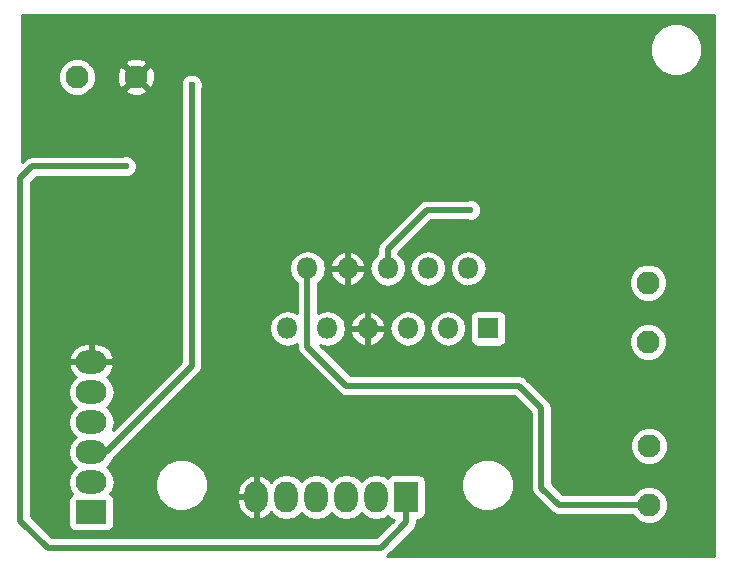
<source format=gbr>
G04 #@! TF.FileFunction,Copper,L2,Bot,Signal*
%FSLAX46Y46*%
G04 Gerber Fmt 4.6, Leading zero omitted, Abs format (unit mm)*
G04 Created by KiCad (PCBNEW 4.0.1-stable) date 23/05/2018 12:47:38*
%MOMM*%
G01*
G04 APERTURE LIST*
%ADD10C,0.100000*%
%ADD11R,1.800000X1.800000*%
%ADD12O,1.800000X1.800000*%
%ADD13C,1.950000*%
%ADD14R,2.600000X2.000000*%
%ADD15O,2.600000X2.000000*%
%ADD16R,2.000000X2.600000*%
%ADD17O,2.000000X2.600000*%
%ADD18C,0.600000*%
%ADD19C,0.500000*%
%ADD20C,0.254000*%
G04 APERTURE END LIST*
D10*
D11*
X109800000Y-49230000D03*
D12*
X108100000Y-44150000D03*
X106400000Y-49230000D03*
X104700000Y-44150000D03*
X103000000Y-49230000D03*
X101300000Y-44150000D03*
X99600000Y-49230000D03*
X97900000Y-44150000D03*
X96200000Y-49230000D03*
X94500000Y-44150000D03*
X92800000Y-49230000D03*
D13*
X79970000Y-27940000D03*
X74970000Y-27940000D03*
D14*
X76200000Y-64770000D03*
D15*
X76200000Y-62230000D03*
X76200000Y-59690000D03*
X76200000Y-57150000D03*
X76200000Y-54610000D03*
X76200000Y-52070000D03*
D16*
X102870000Y-63500000D03*
D17*
X100330000Y-63500000D03*
X97790000Y-63500000D03*
X95250000Y-63500000D03*
X92710000Y-63500000D03*
X90170000Y-63500000D03*
D13*
X123320000Y-50350000D03*
X123320000Y-45350000D03*
X123420000Y-59160000D03*
X123420000Y-64160000D03*
D18*
X115824000Y-24892000D03*
X86106000Y-25654000D03*
X87884000Y-53594000D03*
X114046000Y-37846000D03*
X114808000Y-51054000D03*
X105156000Y-57404000D03*
X108300000Y-39200000D03*
X122428000Y-39370000D03*
X117856000Y-38608000D03*
X102108000Y-25908000D03*
X94996000Y-25908000D03*
X89408000Y-27432000D03*
X89408000Y-34036000D03*
X79100000Y-35500000D03*
X84700000Y-28600000D03*
D19*
X94500000Y-44150000D02*
X94500000Y-50800000D01*
X115760000Y-64160000D02*
X123420000Y-64160000D01*
X114300000Y-62700000D02*
X115760000Y-64160000D01*
X114300000Y-56000000D02*
X114300000Y-62700000D01*
X112400000Y-54100000D02*
X114300000Y-56000000D01*
X97800000Y-54100000D02*
X112400000Y-54100000D01*
X94500000Y-50800000D02*
X97800000Y-54100000D01*
X101300000Y-44150000D02*
X101300000Y-42500000D01*
X104600000Y-39200000D02*
X108300000Y-39200000D01*
X101300000Y-42500000D02*
X104600000Y-39200000D01*
X118618000Y-39370000D02*
X122428000Y-39370000D01*
X117856000Y-38608000D02*
X118618000Y-39370000D01*
X94996000Y-25908000D02*
X102108000Y-25908000D01*
X89408000Y-34036000D02*
X89408000Y-27432000D01*
X102870000Y-63500000D02*
X102870000Y-65630000D01*
X71200000Y-35500000D02*
X79100000Y-35500000D01*
X70200000Y-36500000D02*
X71200000Y-35500000D01*
X70200000Y-65500000D02*
X70200000Y-36500000D01*
X72500000Y-67800000D02*
X70200000Y-65500000D01*
X100700000Y-67800000D02*
X72500000Y-67800000D01*
X102870000Y-65630000D02*
X100700000Y-67800000D01*
X76200000Y-59690000D02*
X77410000Y-59690000D01*
X77410000Y-59690000D02*
X84700000Y-52400000D01*
X84700000Y-52400000D02*
X84700000Y-28600000D01*
D20*
G36*
X128890000Y-68490000D02*
X101229692Y-68490000D01*
X101325790Y-68425790D01*
X101325791Y-68425789D01*
X103495787Y-66255792D01*
X103495790Y-66255790D01*
X103687633Y-65968675D01*
X103755000Y-65630000D01*
X103755000Y-65447440D01*
X103870000Y-65447440D01*
X104105317Y-65403162D01*
X104321441Y-65264090D01*
X104466431Y-65051890D01*
X104517440Y-64800000D01*
X104517440Y-62926619D01*
X107492613Y-62926619D01*
X107832155Y-63748372D01*
X108460321Y-64377636D01*
X109281481Y-64718611D01*
X110170619Y-64719387D01*
X110992372Y-64379845D01*
X111621636Y-63751679D01*
X111962611Y-62930519D01*
X111963387Y-62041381D01*
X111623845Y-61219628D01*
X110995679Y-60590364D01*
X110174519Y-60249389D01*
X109285381Y-60248613D01*
X108463628Y-60588155D01*
X107834364Y-61216321D01*
X107493389Y-62037481D01*
X107492613Y-62926619D01*
X104517440Y-62926619D01*
X104517440Y-62200000D01*
X104473162Y-61964683D01*
X104334090Y-61748559D01*
X104121890Y-61603569D01*
X103870000Y-61552560D01*
X101870000Y-61552560D01*
X101634683Y-61596838D01*
X101418559Y-61735910D01*
X101313049Y-61890329D01*
X100955687Y-61651548D01*
X100330000Y-61527091D01*
X99704313Y-61651548D01*
X99173880Y-62005971D01*
X99060000Y-62176405D01*
X98946120Y-62005971D01*
X98415687Y-61651548D01*
X97790000Y-61527091D01*
X97164313Y-61651548D01*
X96633880Y-62005971D01*
X96520000Y-62176405D01*
X96406120Y-62005971D01*
X95875687Y-61651548D01*
X95250000Y-61527091D01*
X94624313Y-61651548D01*
X94093880Y-62005971D01*
X93980000Y-62176405D01*
X93866120Y-62005971D01*
X93335687Y-61651548D01*
X92710000Y-61527091D01*
X92084313Y-61651548D01*
X91553880Y-62005971D01*
X91426781Y-62196188D01*
X91236317Y-61954078D01*
X90678355Y-61640856D01*
X90550434Y-61609876D01*
X90297000Y-61729223D01*
X90297000Y-63373000D01*
X90317000Y-63373000D01*
X90317000Y-63627000D01*
X90297000Y-63627000D01*
X90297000Y-65270777D01*
X90550434Y-65390124D01*
X90678355Y-65359144D01*
X91236317Y-65045922D01*
X91426781Y-64803812D01*
X91553880Y-64994029D01*
X92084313Y-65348452D01*
X92710000Y-65472909D01*
X93335687Y-65348452D01*
X93866120Y-64994029D01*
X93980000Y-64823595D01*
X94093880Y-64994029D01*
X94624313Y-65348452D01*
X95250000Y-65472909D01*
X95875687Y-65348452D01*
X96406120Y-64994029D01*
X96520000Y-64823595D01*
X96633880Y-64994029D01*
X97164313Y-65348452D01*
X97790000Y-65472909D01*
X98415687Y-65348452D01*
X98946120Y-64994029D01*
X99060000Y-64823595D01*
X99173880Y-64994029D01*
X99704313Y-65348452D01*
X100330000Y-65472909D01*
X100955687Y-65348452D01*
X101314192Y-65108907D01*
X101405910Y-65251441D01*
X101618110Y-65396431D01*
X101812604Y-65435817D01*
X100333420Y-66915000D01*
X72866579Y-66915000D01*
X71085000Y-65133420D01*
X71085000Y-54610000D01*
X74227091Y-54610000D01*
X74351548Y-55235687D01*
X74705971Y-55766120D01*
X74876405Y-55880000D01*
X74705971Y-55993880D01*
X74351548Y-56524313D01*
X74227091Y-57150000D01*
X74351548Y-57775687D01*
X74705971Y-58306120D01*
X74876405Y-58420000D01*
X74705971Y-58533880D01*
X74351548Y-59064313D01*
X74227091Y-59690000D01*
X74351548Y-60315687D01*
X74705971Y-60846120D01*
X74876405Y-60960000D01*
X74705971Y-61073880D01*
X74351548Y-61604313D01*
X74227091Y-62230000D01*
X74351548Y-62855687D01*
X74591093Y-63214192D01*
X74448559Y-63305910D01*
X74303569Y-63518110D01*
X74252560Y-63770000D01*
X74252560Y-65770000D01*
X74296838Y-66005317D01*
X74435910Y-66221441D01*
X74648110Y-66366431D01*
X74900000Y-66417440D01*
X77500000Y-66417440D01*
X77735317Y-66373162D01*
X77951441Y-66234090D01*
X78096431Y-66021890D01*
X78147440Y-65770000D01*
X78147440Y-63770000D01*
X78103162Y-63534683D01*
X77964090Y-63318559D01*
X77809671Y-63213049D01*
X78001056Y-62926619D01*
X81584613Y-62926619D01*
X81924155Y-63748372D01*
X82552321Y-64377636D01*
X83373481Y-64718611D01*
X84262619Y-64719387D01*
X85084372Y-64379845D01*
X85713636Y-63751679D01*
X85765407Y-63627000D01*
X88535000Y-63627000D01*
X88535000Y-63927000D01*
X88708058Y-64543020D01*
X89103683Y-65045922D01*
X89661645Y-65359144D01*
X89789566Y-65390124D01*
X90043000Y-65270777D01*
X90043000Y-63627000D01*
X88535000Y-63627000D01*
X85765407Y-63627000D01*
X85995447Y-63073000D01*
X88535000Y-63073000D01*
X88535000Y-63373000D01*
X90043000Y-63373000D01*
X90043000Y-61729223D01*
X89789566Y-61609876D01*
X89661645Y-61640856D01*
X89103683Y-61954078D01*
X88708058Y-62456980D01*
X88535000Y-63073000D01*
X85995447Y-63073000D01*
X86054611Y-62930519D01*
X86055387Y-62041381D01*
X85715845Y-61219628D01*
X85087679Y-60590364D01*
X84266519Y-60249389D01*
X83377381Y-60248613D01*
X82555628Y-60588155D01*
X81926364Y-61216321D01*
X81585389Y-62037481D01*
X81584613Y-62926619D01*
X78001056Y-62926619D01*
X78048452Y-62855687D01*
X78172909Y-62230000D01*
X78048452Y-61604313D01*
X77694029Y-61073880D01*
X77523595Y-60960000D01*
X77694029Y-60846120D01*
X78048452Y-60315687D01*
X78051570Y-60300010D01*
X85325787Y-53025792D01*
X85325790Y-53025790D01*
X85517633Y-52738675D01*
X85549523Y-52578355D01*
X85585001Y-52400000D01*
X85585000Y-52399995D01*
X85585000Y-49230000D01*
X91234928Y-49230000D01*
X91351773Y-49817419D01*
X91684519Y-50315409D01*
X92182509Y-50648155D01*
X92769928Y-50765000D01*
X92830072Y-50765000D01*
X93417491Y-50648155D01*
X93615000Y-50516184D01*
X93615000Y-50799995D01*
X93614999Y-50800000D01*
X93655515Y-51003683D01*
X93682367Y-51138675D01*
X93763968Y-51260800D01*
X93874210Y-51425790D01*
X97174208Y-54725787D01*
X97174210Y-54725790D01*
X97461325Y-54917633D01*
X97517516Y-54928810D01*
X97800000Y-54985001D01*
X97800005Y-54985000D01*
X112033420Y-54985000D01*
X113415000Y-56366579D01*
X113415000Y-62699995D01*
X113414999Y-62700000D01*
X113460853Y-62930519D01*
X113482367Y-63038675D01*
X113660927Y-63305910D01*
X113674210Y-63325790D01*
X115134208Y-64785787D01*
X115134210Y-64785790D01*
X115421325Y-64977633D01*
X115477516Y-64988810D01*
X115760000Y-65045001D01*
X115760005Y-65045000D01*
X122043652Y-65045000D01*
X122054312Y-65070800D01*
X122506817Y-65524096D01*
X123098346Y-65769720D01*
X123738844Y-65770279D01*
X124330800Y-65525688D01*
X124784096Y-65073183D01*
X125029720Y-64481654D01*
X125030279Y-63841156D01*
X124785688Y-63249200D01*
X124333183Y-62795904D01*
X123741654Y-62550280D01*
X123101156Y-62549721D01*
X122509200Y-62794312D01*
X122055904Y-63246817D01*
X122044201Y-63275000D01*
X116126579Y-63275000D01*
X115185000Y-62333420D01*
X115185000Y-59478844D01*
X121809721Y-59478844D01*
X122054312Y-60070800D01*
X122506817Y-60524096D01*
X123098346Y-60769720D01*
X123738844Y-60770279D01*
X124330800Y-60525688D01*
X124784096Y-60073183D01*
X125029720Y-59481654D01*
X125030279Y-58841156D01*
X124785688Y-58249200D01*
X124333183Y-57795904D01*
X123741654Y-57550280D01*
X123101156Y-57549721D01*
X122509200Y-57794312D01*
X122055904Y-58246817D01*
X121810280Y-58838346D01*
X121809721Y-59478844D01*
X115185000Y-59478844D01*
X115185000Y-56000005D01*
X115185001Y-56000000D01*
X115117633Y-55661326D01*
X115117633Y-55661325D01*
X114925790Y-55374210D01*
X114925787Y-55374208D01*
X113025790Y-53474210D01*
X112995364Y-53453880D01*
X112738675Y-53282367D01*
X112682484Y-53271190D01*
X112400000Y-53214999D01*
X112399995Y-53215000D01*
X98166579Y-53215000D01*
X95604012Y-50652432D01*
X96169928Y-50765000D01*
X96230072Y-50765000D01*
X96817491Y-50648155D01*
X97315481Y-50315409D01*
X97648227Y-49817419D01*
X97692520Y-49594740D01*
X98108964Y-49594740D01*
X98287760Y-50026417D01*
X98692424Y-50467966D01*
X99235258Y-50721046D01*
X99473000Y-50600997D01*
X99473000Y-49357000D01*
X99727000Y-49357000D01*
X99727000Y-50600997D01*
X99964742Y-50721046D01*
X100507576Y-50467966D01*
X100912240Y-50026417D01*
X101091036Y-49594740D01*
X100970378Y-49357000D01*
X99727000Y-49357000D01*
X99473000Y-49357000D01*
X98229622Y-49357000D01*
X98108964Y-49594740D01*
X97692520Y-49594740D01*
X97765072Y-49230000D01*
X101434928Y-49230000D01*
X101551773Y-49817419D01*
X101884519Y-50315409D01*
X102382509Y-50648155D01*
X102969928Y-50765000D01*
X103030072Y-50765000D01*
X103617491Y-50648155D01*
X104115481Y-50315409D01*
X104448227Y-49817419D01*
X104565072Y-49230000D01*
X104834928Y-49230000D01*
X104951773Y-49817419D01*
X105284519Y-50315409D01*
X105782509Y-50648155D01*
X106369928Y-50765000D01*
X106430072Y-50765000D01*
X107017491Y-50648155D01*
X107515481Y-50315409D01*
X107848227Y-49817419D01*
X107965072Y-49230000D01*
X107848227Y-48642581D01*
X107639368Y-48330000D01*
X108252560Y-48330000D01*
X108252560Y-50130000D01*
X108296838Y-50365317D01*
X108435910Y-50581441D01*
X108648110Y-50726431D01*
X108900000Y-50777440D01*
X110700000Y-50777440D01*
X110935317Y-50733162D01*
X111035269Y-50668844D01*
X121709721Y-50668844D01*
X121954312Y-51260800D01*
X122406817Y-51714096D01*
X122998346Y-51959720D01*
X123638844Y-51960279D01*
X124230800Y-51715688D01*
X124684096Y-51263183D01*
X124929720Y-50671654D01*
X124930279Y-50031156D01*
X124685688Y-49439200D01*
X124233183Y-48985904D01*
X123641654Y-48740280D01*
X123001156Y-48739721D01*
X122409200Y-48984312D01*
X121955904Y-49436817D01*
X121710280Y-50028346D01*
X121709721Y-50668844D01*
X111035269Y-50668844D01*
X111151441Y-50594090D01*
X111296431Y-50381890D01*
X111347440Y-50130000D01*
X111347440Y-48330000D01*
X111303162Y-48094683D01*
X111164090Y-47878559D01*
X110951890Y-47733569D01*
X110700000Y-47682560D01*
X108900000Y-47682560D01*
X108664683Y-47726838D01*
X108448559Y-47865910D01*
X108303569Y-48078110D01*
X108252560Y-48330000D01*
X107639368Y-48330000D01*
X107515481Y-48144591D01*
X107017491Y-47811845D01*
X106430072Y-47695000D01*
X106369928Y-47695000D01*
X105782509Y-47811845D01*
X105284519Y-48144591D01*
X104951773Y-48642581D01*
X104834928Y-49230000D01*
X104565072Y-49230000D01*
X104448227Y-48642581D01*
X104115481Y-48144591D01*
X103617491Y-47811845D01*
X103030072Y-47695000D01*
X102969928Y-47695000D01*
X102382509Y-47811845D01*
X101884519Y-48144591D01*
X101551773Y-48642581D01*
X101434928Y-49230000D01*
X97765072Y-49230000D01*
X97692521Y-48865260D01*
X98108964Y-48865260D01*
X98229622Y-49103000D01*
X99473000Y-49103000D01*
X99473000Y-47859003D01*
X99727000Y-47859003D01*
X99727000Y-49103000D01*
X100970378Y-49103000D01*
X101091036Y-48865260D01*
X100912240Y-48433583D01*
X100507576Y-47992034D01*
X99964742Y-47738954D01*
X99727000Y-47859003D01*
X99473000Y-47859003D01*
X99235258Y-47738954D01*
X98692424Y-47992034D01*
X98287760Y-48433583D01*
X98108964Y-48865260D01*
X97692521Y-48865260D01*
X97648227Y-48642581D01*
X97315481Y-48144591D01*
X96817491Y-47811845D01*
X96230072Y-47695000D01*
X96169928Y-47695000D01*
X95582509Y-47811845D01*
X95385000Y-47943816D01*
X95385000Y-45389411D01*
X95615481Y-45235409D01*
X95948227Y-44737419D01*
X95992520Y-44514740D01*
X96408964Y-44514740D01*
X96587760Y-44946417D01*
X96992424Y-45387966D01*
X97535258Y-45641046D01*
X97773000Y-45520997D01*
X97773000Y-44277000D01*
X98027000Y-44277000D01*
X98027000Y-45520997D01*
X98264742Y-45641046D01*
X98807576Y-45387966D01*
X99212240Y-44946417D01*
X99391036Y-44514740D01*
X99270378Y-44277000D01*
X98027000Y-44277000D01*
X97773000Y-44277000D01*
X96529622Y-44277000D01*
X96408964Y-44514740D01*
X95992520Y-44514740D01*
X96065072Y-44150000D01*
X99734928Y-44150000D01*
X99851773Y-44737419D01*
X100184519Y-45235409D01*
X100682509Y-45568155D01*
X101269928Y-45685000D01*
X101330072Y-45685000D01*
X101917491Y-45568155D01*
X102415481Y-45235409D01*
X102748227Y-44737419D01*
X102865072Y-44150000D01*
X103134928Y-44150000D01*
X103251773Y-44737419D01*
X103584519Y-45235409D01*
X104082509Y-45568155D01*
X104669928Y-45685000D01*
X104730072Y-45685000D01*
X105317491Y-45568155D01*
X105815481Y-45235409D01*
X106148227Y-44737419D01*
X106265072Y-44150000D01*
X106534928Y-44150000D01*
X106651773Y-44737419D01*
X106984519Y-45235409D01*
X107482509Y-45568155D01*
X108069928Y-45685000D01*
X108130072Y-45685000D01*
X108211293Y-45668844D01*
X121709721Y-45668844D01*
X121954312Y-46260800D01*
X122406817Y-46714096D01*
X122998346Y-46959720D01*
X123638844Y-46960279D01*
X124230800Y-46715688D01*
X124684096Y-46263183D01*
X124929720Y-45671654D01*
X124930279Y-45031156D01*
X124685688Y-44439200D01*
X124233183Y-43985904D01*
X123641654Y-43740280D01*
X123001156Y-43739721D01*
X122409200Y-43984312D01*
X121955904Y-44436817D01*
X121710280Y-45028346D01*
X121709721Y-45668844D01*
X108211293Y-45668844D01*
X108717491Y-45568155D01*
X109215481Y-45235409D01*
X109548227Y-44737419D01*
X109665072Y-44150000D01*
X109548227Y-43562581D01*
X109215481Y-43064591D01*
X108717491Y-42731845D01*
X108130072Y-42615000D01*
X108069928Y-42615000D01*
X107482509Y-42731845D01*
X106984519Y-43064591D01*
X106651773Y-43562581D01*
X106534928Y-44150000D01*
X106265072Y-44150000D01*
X106148227Y-43562581D01*
X105815481Y-43064591D01*
X105317491Y-42731845D01*
X104730072Y-42615000D01*
X104669928Y-42615000D01*
X104082509Y-42731845D01*
X103584519Y-43064591D01*
X103251773Y-43562581D01*
X103134928Y-44150000D01*
X102865072Y-44150000D01*
X102748227Y-43562581D01*
X102415481Y-43064591D01*
X102185000Y-42910589D01*
X102185000Y-42866580D01*
X104966579Y-40085000D01*
X107993178Y-40085000D01*
X108113201Y-40134838D01*
X108485167Y-40135162D01*
X108828943Y-39993117D01*
X109092192Y-39730327D01*
X109234838Y-39386799D01*
X109235162Y-39014833D01*
X109093117Y-38671057D01*
X108830327Y-38407808D01*
X108486799Y-38265162D01*
X108114833Y-38264838D01*
X107993431Y-38315000D01*
X104600005Y-38315000D01*
X104600000Y-38314999D01*
X104317516Y-38371190D01*
X104261325Y-38382367D01*
X103974210Y-38574210D01*
X103974208Y-38574213D01*
X100674210Y-41874210D01*
X100482367Y-42161325D01*
X100482367Y-42161326D01*
X100414999Y-42500000D01*
X100415000Y-42500005D01*
X100415000Y-42910589D01*
X100184519Y-43064591D01*
X99851773Y-43562581D01*
X99734928Y-44150000D01*
X96065072Y-44150000D01*
X95992521Y-43785260D01*
X96408964Y-43785260D01*
X96529622Y-44023000D01*
X97773000Y-44023000D01*
X97773000Y-42779003D01*
X98027000Y-42779003D01*
X98027000Y-44023000D01*
X99270378Y-44023000D01*
X99391036Y-43785260D01*
X99212240Y-43353583D01*
X98807576Y-42912034D01*
X98264742Y-42658954D01*
X98027000Y-42779003D01*
X97773000Y-42779003D01*
X97535258Y-42658954D01*
X96992424Y-42912034D01*
X96587760Y-43353583D01*
X96408964Y-43785260D01*
X95992521Y-43785260D01*
X95948227Y-43562581D01*
X95615481Y-43064591D01*
X95117491Y-42731845D01*
X94530072Y-42615000D01*
X94469928Y-42615000D01*
X93882509Y-42731845D01*
X93384519Y-43064591D01*
X93051773Y-43562581D01*
X92934928Y-44150000D01*
X93051773Y-44737419D01*
X93384519Y-45235409D01*
X93615000Y-45389411D01*
X93615000Y-47943816D01*
X93417491Y-47811845D01*
X92830072Y-47695000D01*
X92769928Y-47695000D01*
X92182509Y-47811845D01*
X91684519Y-48144591D01*
X91351773Y-48642581D01*
X91234928Y-49230000D01*
X85585000Y-49230000D01*
X85585000Y-28906822D01*
X85634838Y-28786799D01*
X85635162Y-28414833D01*
X85493117Y-28071057D01*
X85230327Y-27807808D01*
X84886799Y-27665162D01*
X84514833Y-27664838D01*
X84171057Y-27806883D01*
X83907808Y-28069673D01*
X83765162Y-28413201D01*
X83764838Y-28785167D01*
X83815000Y-28906569D01*
X83815000Y-52033421D01*
X77999558Y-57848862D01*
X78048452Y-57775687D01*
X78172909Y-57150000D01*
X78048452Y-56524313D01*
X77694029Y-55993880D01*
X77523595Y-55880000D01*
X77694029Y-55766120D01*
X78048452Y-55235687D01*
X78172909Y-54610000D01*
X78048452Y-53984313D01*
X77694029Y-53453880D01*
X77503812Y-53326781D01*
X77745922Y-53136317D01*
X78059144Y-52578355D01*
X78090124Y-52450434D01*
X77970777Y-52197000D01*
X76327000Y-52197000D01*
X76327000Y-52217000D01*
X76073000Y-52217000D01*
X76073000Y-52197000D01*
X74429223Y-52197000D01*
X74309876Y-52450434D01*
X74340856Y-52578355D01*
X74654078Y-53136317D01*
X74896188Y-53326781D01*
X74705971Y-53453880D01*
X74351548Y-53984313D01*
X74227091Y-54610000D01*
X71085000Y-54610000D01*
X71085000Y-51689566D01*
X74309876Y-51689566D01*
X74429223Y-51943000D01*
X76073000Y-51943000D01*
X76073000Y-50435000D01*
X76327000Y-50435000D01*
X76327000Y-51943000D01*
X77970777Y-51943000D01*
X78090124Y-51689566D01*
X78059144Y-51561645D01*
X77745922Y-51003683D01*
X77243020Y-50608058D01*
X76627000Y-50435000D01*
X76327000Y-50435000D01*
X76073000Y-50435000D01*
X75773000Y-50435000D01*
X75156980Y-50608058D01*
X74654078Y-51003683D01*
X74340856Y-51561645D01*
X74309876Y-51689566D01*
X71085000Y-51689566D01*
X71085000Y-36866580D01*
X71566579Y-36385000D01*
X78793178Y-36385000D01*
X78913201Y-36434838D01*
X79285167Y-36435162D01*
X79628943Y-36293117D01*
X79892192Y-36030327D01*
X80034838Y-35686799D01*
X80035162Y-35314833D01*
X79893117Y-34971057D01*
X79630327Y-34707808D01*
X79286799Y-34565162D01*
X78914833Y-34564838D01*
X78793431Y-34615000D01*
X71200005Y-34615000D01*
X71200000Y-34614999D01*
X70861326Y-34682366D01*
X70766054Y-34746025D01*
X70574210Y-34874210D01*
X70574208Y-34874213D01*
X70310000Y-35138421D01*
X70310000Y-28258844D01*
X73359721Y-28258844D01*
X73604312Y-28850800D01*
X74056817Y-29304096D01*
X74648346Y-29549720D01*
X75288844Y-29550279D01*
X75880800Y-29305688D01*
X76112450Y-29074442D01*
X79015163Y-29074442D01*
X79110763Y-29338704D01*
X79711429Y-29561049D01*
X80351461Y-29536605D01*
X80829237Y-29338704D01*
X80924837Y-29074442D01*
X79970000Y-28119605D01*
X79015163Y-29074442D01*
X76112450Y-29074442D01*
X76334096Y-28853183D01*
X76579720Y-28261654D01*
X76580226Y-27681429D01*
X78348951Y-27681429D01*
X78373395Y-28321461D01*
X78571296Y-28799237D01*
X78835558Y-28894837D01*
X79790395Y-27940000D01*
X80149605Y-27940000D01*
X81104442Y-28894837D01*
X81368704Y-28799237D01*
X81591049Y-28198571D01*
X81566605Y-27558539D01*
X81368704Y-27080763D01*
X81104442Y-26985163D01*
X80149605Y-27940000D01*
X79790395Y-27940000D01*
X78835558Y-26985163D01*
X78571296Y-27080763D01*
X78348951Y-27681429D01*
X76580226Y-27681429D01*
X76580279Y-27621156D01*
X76335688Y-27029200D01*
X76112437Y-26805558D01*
X79015163Y-26805558D01*
X79970000Y-27760395D01*
X80924837Y-26805558D01*
X80829237Y-26541296D01*
X80228571Y-26318951D01*
X79588539Y-26343395D01*
X79110763Y-26541296D01*
X79015163Y-26805558D01*
X76112437Y-26805558D01*
X75883183Y-26575904D01*
X75291654Y-26330280D01*
X74651156Y-26329721D01*
X74059200Y-26574312D01*
X73605904Y-27026817D01*
X73360280Y-27618346D01*
X73359721Y-28258844D01*
X70310000Y-28258844D01*
X70310000Y-26042619D01*
X123464613Y-26042619D01*
X123804155Y-26864372D01*
X124432321Y-27493636D01*
X125253481Y-27834611D01*
X126142619Y-27835387D01*
X126964372Y-27495845D01*
X127593636Y-26867679D01*
X127934611Y-26046519D01*
X127935387Y-25157381D01*
X127595845Y-24335628D01*
X126967679Y-23706364D01*
X126146519Y-23365389D01*
X125257381Y-23364613D01*
X124435628Y-23704155D01*
X123806364Y-24332321D01*
X123465389Y-25153481D01*
X123464613Y-26042619D01*
X70310000Y-26042619D01*
X70310000Y-22710000D01*
X128890000Y-22710000D01*
X128890000Y-68490000D01*
X128890000Y-68490000D01*
G37*
X128890000Y-68490000D02*
X101229692Y-68490000D01*
X101325790Y-68425790D01*
X101325791Y-68425789D01*
X103495787Y-66255792D01*
X103495790Y-66255790D01*
X103687633Y-65968675D01*
X103755000Y-65630000D01*
X103755000Y-65447440D01*
X103870000Y-65447440D01*
X104105317Y-65403162D01*
X104321441Y-65264090D01*
X104466431Y-65051890D01*
X104517440Y-64800000D01*
X104517440Y-62926619D01*
X107492613Y-62926619D01*
X107832155Y-63748372D01*
X108460321Y-64377636D01*
X109281481Y-64718611D01*
X110170619Y-64719387D01*
X110992372Y-64379845D01*
X111621636Y-63751679D01*
X111962611Y-62930519D01*
X111963387Y-62041381D01*
X111623845Y-61219628D01*
X110995679Y-60590364D01*
X110174519Y-60249389D01*
X109285381Y-60248613D01*
X108463628Y-60588155D01*
X107834364Y-61216321D01*
X107493389Y-62037481D01*
X107492613Y-62926619D01*
X104517440Y-62926619D01*
X104517440Y-62200000D01*
X104473162Y-61964683D01*
X104334090Y-61748559D01*
X104121890Y-61603569D01*
X103870000Y-61552560D01*
X101870000Y-61552560D01*
X101634683Y-61596838D01*
X101418559Y-61735910D01*
X101313049Y-61890329D01*
X100955687Y-61651548D01*
X100330000Y-61527091D01*
X99704313Y-61651548D01*
X99173880Y-62005971D01*
X99060000Y-62176405D01*
X98946120Y-62005971D01*
X98415687Y-61651548D01*
X97790000Y-61527091D01*
X97164313Y-61651548D01*
X96633880Y-62005971D01*
X96520000Y-62176405D01*
X96406120Y-62005971D01*
X95875687Y-61651548D01*
X95250000Y-61527091D01*
X94624313Y-61651548D01*
X94093880Y-62005971D01*
X93980000Y-62176405D01*
X93866120Y-62005971D01*
X93335687Y-61651548D01*
X92710000Y-61527091D01*
X92084313Y-61651548D01*
X91553880Y-62005971D01*
X91426781Y-62196188D01*
X91236317Y-61954078D01*
X90678355Y-61640856D01*
X90550434Y-61609876D01*
X90297000Y-61729223D01*
X90297000Y-63373000D01*
X90317000Y-63373000D01*
X90317000Y-63627000D01*
X90297000Y-63627000D01*
X90297000Y-65270777D01*
X90550434Y-65390124D01*
X90678355Y-65359144D01*
X91236317Y-65045922D01*
X91426781Y-64803812D01*
X91553880Y-64994029D01*
X92084313Y-65348452D01*
X92710000Y-65472909D01*
X93335687Y-65348452D01*
X93866120Y-64994029D01*
X93980000Y-64823595D01*
X94093880Y-64994029D01*
X94624313Y-65348452D01*
X95250000Y-65472909D01*
X95875687Y-65348452D01*
X96406120Y-64994029D01*
X96520000Y-64823595D01*
X96633880Y-64994029D01*
X97164313Y-65348452D01*
X97790000Y-65472909D01*
X98415687Y-65348452D01*
X98946120Y-64994029D01*
X99060000Y-64823595D01*
X99173880Y-64994029D01*
X99704313Y-65348452D01*
X100330000Y-65472909D01*
X100955687Y-65348452D01*
X101314192Y-65108907D01*
X101405910Y-65251441D01*
X101618110Y-65396431D01*
X101812604Y-65435817D01*
X100333420Y-66915000D01*
X72866579Y-66915000D01*
X71085000Y-65133420D01*
X71085000Y-54610000D01*
X74227091Y-54610000D01*
X74351548Y-55235687D01*
X74705971Y-55766120D01*
X74876405Y-55880000D01*
X74705971Y-55993880D01*
X74351548Y-56524313D01*
X74227091Y-57150000D01*
X74351548Y-57775687D01*
X74705971Y-58306120D01*
X74876405Y-58420000D01*
X74705971Y-58533880D01*
X74351548Y-59064313D01*
X74227091Y-59690000D01*
X74351548Y-60315687D01*
X74705971Y-60846120D01*
X74876405Y-60960000D01*
X74705971Y-61073880D01*
X74351548Y-61604313D01*
X74227091Y-62230000D01*
X74351548Y-62855687D01*
X74591093Y-63214192D01*
X74448559Y-63305910D01*
X74303569Y-63518110D01*
X74252560Y-63770000D01*
X74252560Y-65770000D01*
X74296838Y-66005317D01*
X74435910Y-66221441D01*
X74648110Y-66366431D01*
X74900000Y-66417440D01*
X77500000Y-66417440D01*
X77735317Y-66373162D01*
X77951441Y-66234090D01*
X78096431Y-66021890D01*
X78147440Y-65770000D01*
X78147440Y-63770000D01*
X78103162Y-63534683D01*
X77964090Y-63318559D01*
X77809671Y-63213049D01*
X78001056Y-62926619D01*
X81584613Y-62926619D01*
X81924155Y-63748372D01*
X82552321Y-64377636D01*
X83373481Y-64718611D01*
X84262619Y-64719387D01*
X85084372Y-64379845D01*
X85713636Y-63751679D01*
X85765407Y-63627000D01*
X88535000Y-63627000D01*
X88535000Y-63927000D01*
X88708058Y-64543020D01*
X89103683Y-65045922D01*
X89661645Y-65359144D01*
X89789566Y-65390124D01*
X90043000Y-65270777D01*
X90043000Y-63627000D01*
X88535000Y-63627000D01*
X85765407Y-63627000D01*
X85995447Y-63073000D01*
X88535000Y-63073000D01*
X88535000Y-63373000D01*
X90043000Y-63373000D01*
X90043000Y-61729223D01*
X89789566Y-61609876D01*
X89661645Y-61640856D01*
X89103683Y-61954078D01*
X88708058Y-62456980D01*
X88535000Y-63073000D01*
X85995447Y-63073000D01*
X86054611Y-62930519D01*
X86055387Y-62041381D01*
X85715845Y-61219628D01*
X85087679Y-60590364D01*
X84266519Y-60249389D01*
X83377381Y-60248613D01*
X82555628Y-60588155D01*
X81926364Y-61216321D01*
X81585389Y-62037481D01*
X81584613Y-62926619D01*
X78001056Y-62926619D01*
X78048452Y-62855687D01*
X78172909Y-62230000D01*
X78048452Y-61604313D01*
X77694029Y-61073880D01*
X77523595Y-60960000D01*
X77694029Y-60846120D01*
X78048452Y-60315687D01*
X78051570Y-60300010D01*
X85325787Y-53025792D01*
X85325790Y-53025790D01*
X85517633Y-52738675D01*
X85549523Y-52578355D01*
X85585001Y-52400000D01*
X85585000Y-52399995D01*
X85585000Y-49230000D01*
X91234928Y-49230000D01*
X91351773Y-49817419D01*
X91684519Y-50315409D01*
X92182509Y-50648155D01*
X92769928Y-50765000D01*
X92830072Y-50765000D01*
X93417491Y-50648155D01*
X93615000Y-50516184D01*
X93615000Y-50799995D01*
X93614999Y-50800000D01*
X93655515Y-51003683D01*
X93682367Y-51138675D01*
X93763968Y-51260800D01*
X93874210Y-51425790D01*
X97174208Y-54725787D01*
X97174210Y-54725790D01*
X97461325Y-54917633D01*
X97517516Y-54928810D01*
X97800000Y-54985001D01*
X97800005Y-54985000D01*
X112033420Y-54985000D01*
X113415000Y-56366579D01*
X113415000Y-62699995D01*
X113414999Y-62700000D01*
X113460853Y-62930519D01*
X113482367Y-63038675D01*
X113660927Y-63305910D01*
X113674210Y-63325790D01*
X115134208Y-64785787D01*
X115134210Y-64785790D01*
X115421325Y-64977633D01*
X115477516Y-64988810D01*
X115760000Y-65045001D01*
X115760005Y-65045000D01*
X122043652Y-65045000D01*
X122054312Y-65070800D01*
X122506817Y-65524096D01*
X123098346Y-65769720D01*
X123738844Y-65770279D01*
X124330800Y-65525688D01*
X124784096Y-65073183D01*
X125029720Y-64481654D01*
X125030279Y-63841156D01*
X124785688Y-63249200D01*
X124333183Y-62795904D01*
X123741654Y-62550280D01*
X123101156Y-62549721D01*
X122509200Y-62794312D01*
X122055904Y-63246817D01*
X122044201Y-63275000D01*
X116126579Y-63275000D01*
X115185000Y-62333420D01*
X115185000Y-59478844D01*
X121809721Y-59478844D01*
X122054312Y-60070800D01*
X122506817Y-60524096D01*
X123098346Y-60769720D01*
X123738844Y-60770279D01*
X124330800Y-60525688D01*
X124784096Y-60073183D01*
X125029720Y-59481654D01*
X125030279Y-58841156D01*
X124785688Y-58249200D01*
X124333183Y-57795904D01*
X123741654Y-57550280D01*
X123101156Y-57549721D01*
X122509200Y-57794312D01*
X122055904Y-58246817D01*
X121810280Y-58838346D01*
X121809721Y-59478844D01*
X115185000Y-59478844D01*
X115185000Y-56000005D01*
X115185001Y-56000000D01*
X115117633Y-55661326D01*
X115117633Y-55661325D01*
X114925790Y-55374210D01*
X114925787Y-55374208D01*
X113025790Y-53474210D01*
X112995364Y-53453880D01*
X112738675Y-53282367D01*
X112682484Y-53271190D01*
X112400000Y-53214999D01*
X112399995Y-53215000D01*
X98166579Y-53215000D01*
X95604012Y-50652432D01*
X96169928Y-50765000D01*
X96230072Y-50765000D01*
X96817491Y-50648155D01*
X97315481Y-50315409D01*
X97648227Y-49817419D01*
X97692520Y-49594740D01*
X98108964Y-49594740D01*
X98287760Y-50026417D01*
X98692424Y-50467966D01*
X99235258Y-50721046D01*
X99473000Y-50600997D01*
X99473000Y-49357000D01*
X99727000Y-49357000D01*
X99727000Y-50600997D01*
X99964742Y-50721046D01*
X100507576Y-50467966D01*
X100912240Y-50026417D01*
X101091036Y-49594740D01*
X100970378Y-49357000D01*
X99727000Y-49357000D01*
X99473000Y-49357000D01*
X98229622Y-49357000D01*
X98108964Y-49594740D01*
X97692520Y-49594740D01*
X97765072Y-49230000D01*
X101434928Y-49230000D01*
X101551773Y-49817419D01*
X101884519Y-50315409D01*
X102382509Y-50648155D01*
X102969928Y-50765000D01*
X103030072Y-50765000D01*
X103617491Y-50648155D01*
X104115481Y-50315409D01*
X104448227Y-49817419D01*
X104565072Y-49230000D01*
X104834928Y-49230000D01*
X104951773Y-49817419D01*
X105284519Y-50315409D01*
X105782509Y-50648155D01*
X106369928Y-50765000D01*
X106430072Y-50765000D01*
X107017491Y-50648155D01*
X107515481Y-50315409D01*
X107848227Y-49817419D01*
X107965072Y-49230000D01*
X107848227Y-48642581D01*
X107639368Y-48330000D01*
X108252560Y-48330000D01*
X108252560Y-50130000D01*
X108296838Y-50365317D01*
X108435910Y-50581441D01*
X108648110Y-50726431D01*
X108900000Y-50777440D01*
X110700000Y-50777440D01*
X110935317Y-50733162D01*
X111035269Y-50668844D01*
X121709721Y-50668844D01*
X121954312Y-51260800D01*
X122406817Y-51714096D01*
X122998346Y-51959720D01*
X123638844Y-51960279D01*
X124230800Y-51715688D01*
X124684096Y-51263183D01*
X124929720Y-50671654D01*
X124930279Y-50031156D01*
X124685688Y-49439200D01*
X124233183Y-48985904D01*
X123641654Y-48740280D01*
X123001156Y-48739721D01*
X122409200Y-48984312D01*
X121955904Y-49436817D01*
X121710280Y-50028346D01*
X121709721Y-50668844D01*
X111035269Y-50668844D01*
X111151441Y-50594090D01*
X111296431Y-50381890D01*
X111347440Y-50130000D01*
X111347440Y-48330000D01*
X111303162Y-48094683D01*
X111164090Y-47878559D01*
X110951890Y-47733569D01*
X110700000Y-47682560D01*
X108900000Y-47682560D01*
X108664683Y-47726838D01*
X108448559Y-47865910D01*
X108303569Y-48078110D01*
X108252560Y-48330000D01*
X107639368Y-48330000D01*
X107515481Y-48144591D01*
X107017491Y-47811845D01*
X106430072Y-47695000D01*
X106369928Y-47695000D01*
X105782509Y-47811845D01*
X105284519Y-48144591D01*
X104951773Y-48642581D01*
X104834928Y-49230000D01*
X104565072Y-49230000D01*
X104448227Y-48642581D01*
X104115481Y-48144591D01*
X103617491Y-47811845D01*
X103030072Y-47695000D01*
X102969928Y-47695000D01*
X102382509Y-47811845D01*
X101884519Y-48144591D01*
X101551773Y-48642581D01*
X101434928Y-49230000D01*
X97765072Y-49230000D01*
X97692521Y-48865260D01*
X98108964Y-48865260D01*
X98229622Y-49103000D01*
X99473000Y-49103000D01*
X99473000Y-47859003D01*
X99727000Y-47859003D01*
X99727000Y-49103000D01*
X100970378Y-49103000D01*
X101091036Y-48865260D01*
X100912240Y-48433583D01*
X100507576Y-47992034D01*
X99964742Y-47738954D01*
X99727000Y-47859003D01*
X99473000Y-47859003D01*
X99235258Y-47738954D01*
X98692424Y-47992034D01*
X98287760Y-48433583D01*
X98108964Y-48865260D01*
X97692521Y-48865260D01*
X97648227Y-48642581D01*
X97315481Y-48144591D01*
X96817491Y-47811845D01*
X96230072Y-47695000D01*
X96169928Y-47695000D01*
X95582509Y-47811845D01*
X95385000Y-47943816D01*
X95385000Y-45389411D01*
X95615481Y-45235409D01*
X95948227Y-44737419D01*
X95992520Y-44514740D01*
X96408964Y-44514740D01*
X96587760Y-44946417D01*
X96992424Y-45387966D01*
X97535258Y-45641046D01*
X97773000Y-45520997D01*
X97773000Y-44277000D01*
X98027000Y-44277000D01*
X98027000Y-45520997D01*
X98264742Y-45641046D01*
X98807576Y-45387966D01*
X99212240Y-44946417D01*
X99391036Y-44514740D01*
X99270378Y-44277000D01*
X98027000Y-44277000D01*
X97773000Y-44277000D01*
X96529622Y-44277000D01*
X96408964Y-44514740D01*
X95992520Y-44514740D01*
X96065072Y-44150000D01*
X99734928Y-44150000D01*
X99851773Y-44737419D01*
X100184519Y-45235409D01*
X100682509Y-45568155D01*
X101269928Y-45685000D01*
X101330072Y-45685000D01*
X101917491Y-45568155D01*
X102415481Y-45235409D01*
X102748227Y-44737419D01*
X102865072Y-44150000D01*
X103134928Y-44150000D01*
X103251773Y-44737419D01*
X103584519Y-45235409D01*
X104082509Y-45568155D01*
X104669928Y-45685000D01*
X104730072Y-45685000D01*
X105317491Y-45568155D01*
X105815481Y-45235409D01*
X106148227Y-44737419D01*
X106265072Y-44150000D01*
X106534928Y-44150000D01*
X106651773Y-44737419D01*
X106984519Y-45235409D01*
X107482509Y-45568155D01*
X108069928Y-45685000D01*
X108130072Y-45685000D01*
X108211293Y-45668844D01*
X121709721Y-45668844D01*
X121954312Y-46260800D01*
X122406817Y-46714096D01*
X122998346Y-46959720D01*
X123638844Y-46960279D01*
X124230800Y-46715688D01*
X124684096Y-46263183D01*
X124929720Y-45671654D01*
X124930279Y-45031156D01*
X124685688Y-44439200D01*
X124233183Y-43985904D01*
X123641654Y-43740280D01*
X123001156Y-43739721D01*
X122409200Y-43984312D01*
X121955904Y-44436817D01*
X121710280Y-45028346D01*
X121709721Y-45668844D01*
X108211293Y-45668844D01*
X108717491Y-45568155D01*
X109215481Y-45235409D01*
X109548227Y-44737419D01*
X109665072Y-44150000D01*
X109548227Y-43562581D01*
X109215481Y-43064591D01*
X108717491Y-42731845D01*
X108130072Y-42615000D01*
X108069928Y-42615000D01*
X107482509Y-42731845D01*
X106984519Y-43064591D01*
X106651773Y-43562581D01*
X106534928Y-44150000D01*
X106265072Y-44150000D01*
X106148227Y-43562581D01*
X105815481Y-43064591D01*
X105317491Y-42731845D01*
X104730072Y-42615000D01*
X104669928Y-42615000D01*
X104082509Y-42731845D01*
X103584519Y-43064591D01*
X103251773Y-43562581D01*
X103134928Y-44150000D01*
X102865072Y-44150000D01*
X102748227Y-43562581D01*
X102415481Y-43064591D01*
X102185000Y-42910589D01*
X102185000Y-42866580D01*
X104966579Y-40085000D01*
X107993178Y-40085000D01*
X108113201Y-40134838D01*
X108485167Y-40135162D01*
X108828943Y-39993117D01*
X109092192Y-39730327D01*
X109234838Y-39386799D01*
X109235162Y-39014833D01*
X109093117Y-38671057D01*
X108830327Y-38407808D01*
X108486799Y-38265162D01*
X108114833Y-38264838D01*
X107993431Y-38315000D01*
X104600005Y-38315000D01*
X104600000Y-38314999D01*
X104317516Y-38371190D01*
X104261325Y-38382367D01*
X103974210Y-38574210D01*
X103974208Y-38574213D01*
X100674210Y-41874210D01*
X100482367Y-42161325D01*
X100482367Y-42161326D01*
X100414999Y-42500000D01*
X100415000Y-42500005D01*
X100415000Y-42910589D01*
X100184519Y-43064591D01*
X99851773Y-43562581D01*
X99734928Y-44150000D01*
X96065072Y-44150000D01*
X95992521Y-43785260D01*
X96408964Y-43785260D01*
X96529622Y-44023000D01*
X97773000Y-44023000D01*
X97773000Y-42779003D01*
X98027000Y-42779003D01*
X98027000Y-44023000D01*
X99270378Y-44023000D01*
X99391036Y-43785260D01*
X99212240Y-43353583D01*
X98807576Y-42912034D01*
X98264742Y-42658954D01*
X98027000Y-42779003D01*
X97773000Y-42779003D01*
X97535258Y-42658954D01*
X96992424Y-42912034D01*
X96587760Y-43353583D01*
X96408964Y-43785260D01*
X95992521Y-43785260D01*
X95948227Y-43562581D01*
X95615481Y-43064591D01*
X95117491Y-42731845D01*
X94530072Y-42615000D01*
X94469928Y-42615000D01*
X93882509Y-42731845D01*
X93384519Y-43064591D01*
X93051773Y-43562581D01*
X92934928Y-44150000D01*
X93051773Y-44737419D01*
X93384519Y-45235409D01*
X93615000Y-45389411D01*
X93615000Y-47943816D01*
X93417491Y-47811845D01*
X92830072Y-47695000D01*
X92769928Y-47695000D01*
X92182509Y-47811845D01*
X91684519Y-48144591D01*
X91351773Y-48642581D01*
X91234928Y-49230000D01*
X85585000Y-49230000D01*
X85585000Y-28906822D01*
X85634838Y-28786799D01*
X85635162Y-28414833D01*
X85493117Y-28071057D01*
X85230327Y-27807808D01*
X84886799Y-27665162D01*
X84514833Y-27664838D01*
X84171057Y-27806883D01*
X83907808Y-28069673D01*
X83765162Y-28413201D01*
X83764838Y-28785167D01*
X83815000Y-28906569D01*
X83815000Y-52033421D01*
X77999558Y-57848862D01*
X78048452Y-57775687D01*
X78172909Y-57150000D01*
X78048452Y-56524313D01*
X77694029Y-55993880D01*
X77523595Y-55880000D01*
X77694029Y-55766120D01*
X78048452Y-55235687D01*
X78172909Y-54610000D01*
X78048452Y-53984313D01*
X77694029Y-53453880D01*
X77503812Y-53326781D01*
X77745922Y-53136317D01*
X78059144Y-52578355D01*
X78090124Y-52450434D01*
X77970777Y-52197000D01*
X76327000Y-52197000D01*
X76327000Y-52217000D01*
X76073000Y-52217000D01*
X76073000Y-52197000D01*
X74429223Y-52197000D01*
X74309876Y-52450434D01*
X74340856Y-52578355D01*
X74654078Y-53136317D01*
X74896188Y-53326781D01*
X74705971Y-53453880D01*
X74351548Y-53984313D01*
X74227091Y-54610000D01*
X71085000Y-54610000D01*
X71085000Y-51689566D01*
X74309876Y-51689566D01*
X74429223Y-51943000D01*
X76073000Y-51943000D01*
X76073000Y-50435000D01*
X76327000Y-50435000D01*
X76327000Y-51943000D01*
X77970777Y-51943000D01*
X78090124Y-51689566D01*
X78059144Y-51561645D01*
X77745922Y-51003683D01*
X77243020Y-50608058D01*
X76627000Y-50435000D01*
X76327000Y-50435000D01*
X76073000Y-50435000D01*
X75773000Y-50435000D01*
X75156980Y-50608058D01*
X74654078Y-51003683D01*
X74340856Y-51561645D01*
X74309876Y-51689566D01*
X71085000Y-51689566D01*
X71085000Y-36866580D01*
X71566579Y-36385000D01*
X78793178Y-36385000D01*
X78913201Y-36434838D01*
X79285167Y-36435162D01*
X79628943Y-36293117D01*
X79892192Y-36030327D01*
X80034838Y-35686799D01*
X80035162Y-35314833D01*
X79893117Y-34971057D01*
X79630327Y-34707808D01*
X79286799Y-34565162D01*
X78914833Y-34564838D01*
X78793431Y-34615000D01*
X71200005Y-34615000D01*
X71200000Y-34614999D01*
X70861326Y-34682366D01*
X70766054Y-34746025D01*
X70574210Y-34874210D01*
X70574208Y-34874213D01*
X70310000Y-35138421D01*
X70310000Y-28258844D01*
X73359721Y-28258844D01*
X73604312Y-28850800D01*
X74056817Y-29304096D01*
X74648346Y-29549720D01*
X75288844Y-29550279D01*
X75880800Y-29305688D01*
X76112450Y-29074442D01*
X79015163Y-29074442D01*
X79110763Y-29338704D01*
X79711429Y-29561049D01*
X80351461Y-29536605D01*
X80829237Y-29338704D01*
X80924837Y-29074442D01*
X79970000Y-28119605D01*
X79015163Y-29074442D01*
X76112450Y-29074442D01*
X76334096Y-28853183D01*
X76579720Y-28261654D01*
X76580226Y-27681429D01*
X78348951Y-27681429D01*
X78373395Y-28321461D01*
X78571296Y-28799237D01*
X78835558Y-28894837D01*
X79790395Y-27940000D01*
X80149605Y-27940000D01*
X81104442Y-28894837D01*
X81368704Y-28799237D01*
X81591049Y-28198571D01*
X81566605Y-27558539D01*
X81368704Y-27080763D01*
X81104442Y-26985163D01*
X80149605Y-27940000D01*
X79790395Y-27940000D01*
X78835558Y-26985163D01*
X78571296Y-27080763D01*
X78348951Y-27681429D01*
X76580226Y-27681429D01*
X76580279Y-27621156D01*
X76335688Y-27029200D01*
X76112437Y-26805558D01*
X79015163Y-26805558D01*
X79970000Y-27760395D01*
X80924837Y-26805558D01*
X80829237Y-26541296D01*
X80228571Y-26318951D01*
X79588539Y-26343395D01*
X79110763Y-26541296D01*
X79015163Y-26805558D01*
X76112437Y-26805558D01*
X75883183Y-26575904D01*
X75291654Y-26330280D01*
X74651156Y-26329721D01*
X74059200Y-26574312D01*
X73605904Y-27026817D01*
X73360280Y-27618346D01*
X73359721Y-28258844D01*
X70310000Y-28258844D01*
X70310000Y-26042619D01*
X123464613Y-26042619D01*
X123804155Y-26864372D01*
X124432321Y-27493636D01*
X125253481Y-27834611D01*
X126142619Y-27835387D01*
X126964372Y-27495845D01*
X127593636Y-26867679D01*
X127934611Y-26046519D01*
X127935387Y-25157381D01*
X127595845Y-24335628D01*
X126967679Y-23706364D01*
X126146519Y-23365389D01*
X125257381Y-23364613D01*
X124435628Y-23704155D01*
X123806364Y-24332321D01*
X123465389Y-25153481D01*
X123464613Y-26042619D01*
X70310000Y-26042619D01*
X70310000Y-22710000D01*
X128890000Y-22710000D01*
X128890000Y-68490000D01*
M02*

</source>
